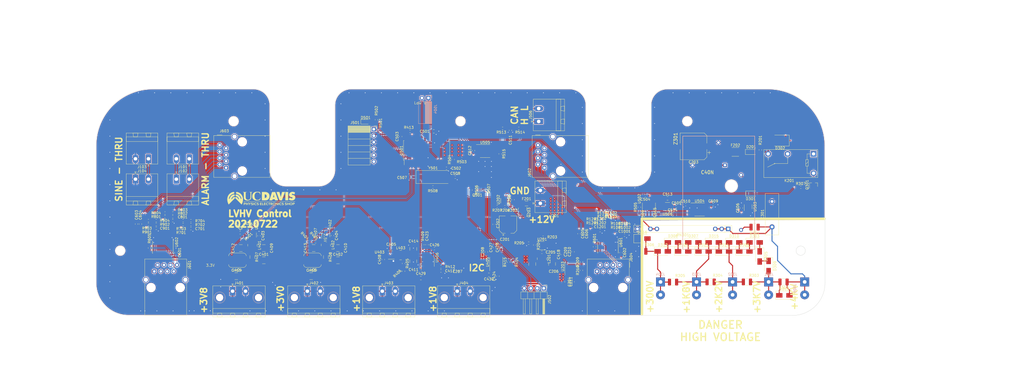
<source format=kicad_pcb>
(kicad_pcb (version 20210722) (generator pcbnew)

  (general
    (thickness 4.69)
  )

  (paper "USLetter")
  (layers
    (0 "F.Cu" signal)
    (1 "In1.Cu" power "L2 Ground")
    (2 "In2.Cu" power "L3 PWR")
    (31 "B.Cu" signal)
    (34 "B.Paste" user)
    (35 "F.Paste" user)
    (36 "B.SilkS" user "B.Silkscreen")
    (37 "F.SilkS" user "F.Silkscreen")
    (38 "B.Mask" user)
    (39 "F.Mask" user)
    (40 "Dwgs.User" user "User.Drawings")
    (44 "Edge.Cuts" user)
    (45 "Margin" user)
    (46 "B.CrtYd" user "B.Courtyard")
    (47 "F.CrtYd" user "F.Courtyard")
  )

  (setup
    (stackup
      (layer "F.SilkS" (type "Top Silk Screen"))
      (layer "F.Paste" (type "Top Solder Paste"))
      (layer "F.Mask" (type "Top Solder Mask") (color "Green") (thickness 0.01))
      (layer "F.Cu" (type "copper") (thickness 0.035))
      (layer "dielectric 1" (type "core") (thickness 1.51) (material "FR4") (epsilon_r 4.5) (loss_tangent 0.02))
      (layer "In1.Cu" (type "copper") (thickness 0.035))
      (layer "dielectric 2" (type "prepreg") (thickness 1.51) (material "FR4") (epsilon_r 4.5) (loss_tangent 0.02))
      (layer "In2.Cu" (type "copper") (thickness 0.035))
      (layer "dielectric 3" (type "core") (thickness 1.51) (material "FR4") (epsilon_r 4.5) (loss_tangent 0.02))
      (layer "B.Cu" (type "copper") (thickness 0.035))
      (layer "B.Mask" (type "Bottom Solder Mask") (color "Green") (thickness 0.01))
      (layer "B.Paste" (type "Bottom Solder Paste"))
      (layer "B.SilkS" (type "Bottom Silk Screen"))
      (copper_finish "None")
      (dielectric_constraints no)
    )
    (pad_to_mask_clearance 0)
    (grid_origin 247.803999 54.9455)
    (pcbplotparams
      (layerselection 0x00010f8_ffffffff)
      (disableapertmacros false)
      (usegerberextensions false)
      (usegerberattributes false)
      (usegerberadvancedattributes false)
      (creategerberjobfile false)
      (svguseinch false)
      (svgprecision 6)
      (excludeedgelayer true)
      (plotframeref false)
      (viasonmask false)
      (mode 1)
      (useauxorigin false)
      (hpglpennumber 1)
      (hpglpenspeed 20)
      (hpglpendiameter 15.000000)
      (dxfpolygonmode true)
      (dxfimperialunits true)
      (dxfusepcbnewfont true)
      (psnegative false)
      (psa4output false)
      (plotreference true)
      (plotvalue true)
      (plotinvisibletext false)
      (sketchpadsonfab false)
      (subtractmaskfromsilk true)
      (outputformat 1)
      (mirror false)
      (drillshape 0)
      (scaleselection 1)
      (outputdirectory "LVHV_20191026/")
    )
  )

  (net 0 "")
  (net 1 "GND")
  (net 2 "Net-(C203-Pad1)")
  (net 3 "Net-(C205-Pad2)")
  (net 4 "Net-(C205-Pad1)")
  (net 5 "+5V")
  (net 6 "Net-(C301-Pad1)")
  (net 7 "Net-(C406-Pad2)")
  (net 8 "Net-(C406-Pad1)")
  (net 9 "Net-(C407-Pad2)")
  (net 10 "Net-(C407-Pad1)")
  (net 11 "Net-(C408-Pad2)")
  (net 12 "Net-(C408-Pad1)")
  (net 13 "Net-(C204-Pad2)")
  (net 14 "Net-(C209-Pad1)")
  (net 15 "Net-(C210-Pad1)")
  (net 16 "+3V3I")
  (net 17 "Net-(C417-Pad2)")
  (net 18 "Net-(C401-Pad1)")
  (net 19 "Net-(C402-Pad1)")
  (net 20 "Net-(C423-Pad1)")
  (net 21 "+3V8")
  (net 22 "/LowVoltage/3V0")
  (net 23 "Net-(C426-Pad1)")
  (net 24 "+3V3")
  (net 25 "Net-(C501-Pad1)")
  (net 26 "/LowVoltage/2V6")
  (net 27 "Net-(C507-Pad1)")
  (net 28 "Net-(C508-Pad1)")
  (net 29 "Net-(D201-Pad2)")
  (net 30 "Net-(D201-Pad1)")
  (net 31 "/LowVoltage/3V8_OUT")
  (net 32 "Net-(D501-Pad2)")
  (net 33 "/LowVoltage/3V0_OUT")
  (net 34 "Net-(C424-Pad2)")
  (net 35 "Net-(C427-Pad1)")
  (net 36 "Net-(C428-Pad1)")
  (net 37 "/MCU/PGC")
  (net 38 "/MCU/PGD")
  (net 39 "Net-(J501-Pad1)")
  (net 40 "/LowVoltage/1V8_OUT")
  (net 41 "/HighVoltage/HV_Ctrl")
  (net 42 "Net-(D303-Pad1)")
  (net 43 "Net-(J504-Pad2)")
  (net 44 "Net-(J504-Pad1)")
  (net 45 "Net-(J601-Pad1)")
  (net 46 "Net-(J601-Pad2)")
  (net 47 "Net-(J601-Pad3)")
  (net 48 "Net-(J601-Pad4)")
  (net 49 "Net-(J601-Pad5)")
  (net 50 "Net-(J601-Pad6)")
  (net 51 "Net-(J601-Pad7)")
  (net 52 "Net-(J601-Pad8)")
  (net 53 "Net-(C603-Pad1)")
  (net 54 "Net-(C603-Pad2)")
  (net 55 "Net-(C604-Pad1)")
  (net 56 "Net-(C604-Pad2)")
  (net 57 "Net-(C701-Pad1)")
  (net 58 "Net-(C801-Pad1)")
  (net 59 "Net-(C605-Pad1)")
  (net 60 "Net-(C605-Pad2)")
  (net 61 "Net-(C901-Pad1)")
  (net 62 "Net-(C1001-Pad1)")
  (net 63 "Net-(C1101-Pad1)")
  (net 64 "Net-(C1201-Pad1)")
  (net 65 "/LVDSConnections/BiasNet3/in_p")
  (net 66 "/LVDSConnections/BiasNet3/in_n")
  (net 67 "Net-(C606-Pad1)")
  (net 68 "Net-(C606-Pad2)")
  (net 69 "Net-(J604-Pad1)")
  (net 70 "Net-(J604-Pad2)")
  (net 71 "Net-(J604-Pad3)")
  (net 72 "Net-(J604-Pad4)")
  (net 73 "Net-(J604-Pad5)")
  (net 74 "Net-(J604-Pad6)")
  (net 75 "Net-(J604-Pad7)")
  (net 76 "Net-(J604-Pad8)")
  (net 77 "Net-(R203-Pad1)")
  (net 78 "/PowerInput/5V_Feedback")
  (net 79 "Net-(R301-Pad2)")
  (net 80 "Net-(D303-Pad2)")
  (net 81 "Net-(D304-Pad1)")
  (net 82 "Net-(D304-Pad2)")
  (net 83 "Net-(D305-Pad2)")
  (net 84 "Net-(R412-Pad1)")
  (net 85 "Net-(D306-Pad1)")
  (net 86 "Net-(D307-Pad2)")
  (net 87 "Net-(D308-Pad1)")
  (net 88 "/MCU/SCL")
  (net 89 "/MCU/SDA")
  (net 90 "+12V")
  (net 91 "Net-(D309-Pad2)")
  (net 92 "Net-(D310-Pad1)")
  (net 93 "Net-(C510-Pad1)")
  (net 94 "/PowerInput/VIN")
  (net 95 "/Alarm2")
  (net 96 "/Alarm1")
  (net 97 "Net-(C511-Pad1)")
  (net 98 "/MCU/CAN_L")
  (net 99 "/MCU/CAN_H")
  (net 100 "/Sine")
  (net 101 "Net-(D311-Pad2)")
  (net 102 "Net-(D312-Pad1)")
  (net 103 "Net-(D314-Pad1)")
  (net 104 "unconnected-(J501-Pad6)")
  (net 105 "Net-(J502-Pad2)")
  (net 106 "/HighVoltage/SW1")
  (net 107 "Net-(Q203-Pad9)")
  (net 108 "Net-(R515-Pad2)")
  (net 109 "Net-(Q301-Pad1)")
  (net 110 "/MCU/CAN_RX")
  (net 111 "/MCU/CAN_TX")
  (net 112 "Net-(R202-Pad2)")
  (net 113 "Net-(R206-Pad2)")
  (net 114 "Net-(R208-Pad2)")
  (net 115 "Net-(R210-Pad1)")
  (net 116 "/HighVoltage/HV_ON_OFF")
  (net 117 "/LowVoltage/3V8_Feedback")
  (net 118 "/LowVoltage/3V0_Feedback")
  (net 119 "/LowVoltage/2V6_Feedback")
  (net 120 "/LowVoltage/LV_EN")
  (net 121 "Net-(R415-Pad1)")
  (net 122 "unconnected-(U202-Pad7)")
  (net 123 "/HighVoltage/HV_MON")
  (net 124 "unconnected-(U501-Pad17)")
  (net 125 "unconnected-(U501-Pad18)")
  (net 126 "unconnected-(U501-Pad24)")
  (net 127 "unconnected-(U501-Pad25)")
  (net 128 "unconnected-(U503-Pad6)")
  (net 129 "unconnected-(U504-Pad5)")
  (net 130 "unconnected-(U504-Pad6)")
  (net 131 "unconnected-(U504-Pad7)")
  (net 132 "unconnected-(U601-Pad13)")
  (net 133 "unconnected-(U602-Pad13)")
  (net 134 "Net-(R505-Pad1)")
  (net 135 "unconnected-(U502-Pad1)")
  (net 136 "unconnected-(U502-Pad5)")
  (net 137 "unconnected-(U502-Pad8)")
  (net 138 "Net-(J502-Pad3)")
  (net 139 "/PowerInput/VIN_FUSED")
  (net 140 "Net-(Q203-Pad5)")
  (net 141 "Net-(C513-Pad1)")
  (net 142 "Net-(C513-Pad2)")
  (net 143 "-5V")
  (net 144 "unconnected-(U506-Pad5)")
  (net 145 "/LVDSConnections/BiasNet4/in_p")
  (net 146 "/LVDSConnections/BiasNet5/in_p")
  (net 147 "/LVDSConnections/BiasNet5/in_n")
  (net 148 "/LVDSConnections/BiasNet4/in_n")
  (net 149 "/LVDSConnections/BiasNet/in_p")
  (net 150 "/LVDSConnections/BiasNet/in_n")
  (net 151 "/LVDSConnections/BiasNet1/in_p")
  (net 152 "/LVDSConnections/BiasNet2/in_p")
  (net 153 "/LVDSConnections/BiasNet2/in_n")
  (net 154 "/LVDSConnections/BiasNet1/in_n")
  (net 155 "Net-(R505-Pad2)")

  (footprint "Capacitor_SMD:CP_Elec_6.3x5.9" (layer "F.Cu") (at 161.508999 53.2455 90))

  (footprint "Capacitor_THT:C_Disc_D16.0mm_W5.0mm_P10.00mm" (layer "F.Cu") (at 264.977 54.176999 90))

  (footprint "Capacitor_SMD:C_0603_1608Metric" (layer "F.Cu") (at 63.941165 57.6535 90))

  (footprint "Capacitor_SMD:C_0603_1608Metric" (layer "F.Cu") (at 92.741165 57.557999 90))

  (footprint "Capacitor_SMD:C_0603_1608Metric" (layer "F.Cu") (at 115.748165 62.572699 180))

  (footprint "Capacitor_SMD:C_0603_1608Metric" (layer "F.Cu") (at 59.562165 54.504001))

  (footprint "Capacitor_SMD:C_0603_1608Metric" (layer "F.Cu") (at 87.511 56.468 90))

  (footprint "Capacitor_SMD:C_0603_1608Metric" (layer "F.Cu") (at 112.598665 66.951699 90))

  (footprint "Capacitor_SMD:C_1210_3225Metric" (layer "F.Cu") (at 65.799665 62.4955))

  (footprint "Capacitor_SMD:C_1210_3225Metric" (layer "F.Cu") (at 124.409665 67.627199 -90))

  (footprint "Capacitor_SMD:C_1210_3225Metric" (layer "F.Cu") (at 56.799665 62.4955 180))

  (footprint "Capacitor_SMD:C_1210_3225Metric" (layer "F.Cu") (at 124.409665 62.801199 90))

  (footprint "Capacitor_SMD:C_0603_1608Metric" (layer "F.Cu") (at 135.204665 71.437199 180))

  (footprint "Capacitor_SMD:C_0603_1608Metric" (layer "F.Cu") (at 129.743665 61.166199 90))

  (footprint "Capacitor_SMD:C_0603_1608Metric" (layer "F.Cu") (at 132.690165 62.674199))

  (footprint "Capacitor_SMD:C_0805_2012Metric" (layer "F.Cu") (at 127.349665 74.2455 180))

  (footprint "Fuse:Fuse_1206_3216Metric" (layer "F.Cu") (at 168.758999 44.9955))

  (footprint "Connector_Phoenix_MSTB:PhoenixContact_MSTBA_2,5_2-G-5,08_1x02_P5.08mm_Horizontal" (layer "F.Cu") (at 174.175293 44.9125 90))

  (footprint "Connector_Phoenix_MSTB:PhoenixContact_MSTB_2,5_2-GF-5,08_1x02_P5.08mm_Horizontal_ThreadedFlange_MountHole" (layer "F.Cu") (at 53.559665 79.397784))

  (footprint "Connector_Phoenix_MSTB:PhoenixContact_MSTB_2,5_2-GF-5,08_1x02_P5.08mm_Horizontal_ThreadedFlange_MountHole" (layer "F.Cu") (at 82.851665 79.397784))

  (footprint "Connector_Phoenix_MSTB:PhoenixContact_MSTB_2,5_2-GF-5,08_1x02_P5.08mm_Horizontal_ThreadedFlange_MountHole" (layer "F.Cu") (at 112.225332 79.397784))

  (footprint "Connector_Phoenix_MSTB:PhoenixContact_MSTB_2,5_2-GF-5,08_1x02_P5.08mm_Horizontal_ThreadedFlange_MountHole" (layer "F.Cu") (at 141.598999 79.397784))

  (footprint "LVHV:RJ45_Wuerth_615008142621_Horizontal" (layer "F.Cu") (at 31.759998 69.088 -90))

  (footprint "LVHV:RJ45_Wuerth_615008142621_Horizontal" (layer "F.Cu") (at 48.466961 22.055963))

  (footprint "LVHV:RJ45_Wuerth_615008142621_Horizontal" (layer "F.Cu") (at 205.232 69.088 -90))

  (footprint "LVHV:L_Pulse_PA4331.332NLT" (layer "F.Cu") (at 61.299665 61.355 -90))

  (footprint "LVHV:L_Pulse_PA4331.332NLT" (layer "F.Cu") (at 90.099665 61.259501 -90))

  (footprint "LVHV:L_Pulse_PA4331.332NLT" (layer "F.Cu") (at 119.449665 65.214199))

  (footprint "Resistor_SMD:R_1210_3225Metric" (layer "F.Cu") (at 258.152 54.2555 180))

  (footprint "Resistor_SMD:R_1210_3225Metric" (layer "F.Cu") (at 269.494 75.7555 180))

  (footprint "Resistor_SMD:R_1210_3225Metric" (layer "F.Cu") (at 255.143 75.7555 180))

  (footprint "Resistor_SMD:R_1210_3225Metric" (layer "F.Cu") (at 240.919 75.7555 180))

  (footprint "Resistor_SMD:R_1210_3225Metric" (layer "F.Cu") (at 226.19 75.819 180))

  (footprint "Resistor_SMD:R_1210_3225Metric" (layer "F.Cu") (at 214.122 63.7555 180))

  (footprint "Capacitor_SMD:C_0603_1608Metric" (layer "F.Cu") (at 57.262165 58.7455 90))

  (footprint "Resistor_SMD:R_0603_1608Metric" (layer "F.Cu") (at 56.512165 56.4955 180))

  (footprint "Capacitor_SMD:C_0603_1608Metric" (layer "F.Cu") (at 86.114 60.024 180))

  (footprint "Resistor_SMD:R_0603_1608Metric" (layer "F.Cu") (at 82.685 60.024 180))

  (footprint "Resistor_SMD:R_0603_1608Metric" (layer "F.Cu") (at 120.599665 68.516199 -90))

  (footprint "Resistor_SMD:R_0603_1608Metric" (layer "F.Cu") (at 120.599665 71.564199 -90))

  (footprint "Resistor_SMD:R_0603_1608Metric" (layer "F.Cu") (at 128.092665 61.166199 90))

  (footprint "Resistor_SMD:R_0603_1608Metric" (layer "F.Cu") (at 135.204665 69.849699))

  (footprint "Resistor_SMD:R_0603_1608Metric" (layer "F.Cu") (at 195.461 61.976999 90))

  (footprint "Package_TO_SOT_SMD:SOT-23-6" (layer "F.Cu") (at 61.299665 57.341001 90))

  (footprint "Package_TO_SOT_SMD:SOT-23-6" (layer "F.Cu") (at 90.099665 57.2455 90))

  (footprint "Package_TO_SOT_SMD:SOT-23-6" (layer "F.Cu") (at 115.435665 65.214199 180))

  (footprint "Package_SO:SOIC-8-1EP_3.9x4.9mm_P1.27mm_EP2.29x3mm" (layer "F.Cu") (at 129.997665 67.754199 90))

  (footprint "Package_SO:TSSOP-24_4.4x7.8mm_P0.65mm" (layer "F.Cu") (at 200.66 62.103 -90))

  (footprint "Package_TO_SOT_SMD:TSOT-23-8" (layer "F.Cu")
    (tedit 5A02FF57) (tstamp 00000000-0000-0000-0000-00005d8cf7b8)
    (at 255.588999 46.2555 90)
    (descr "8-pin TSOT23 package, http://cds.linear.com/docs/en/packaging/SOT_8_05-08-1637.pdf")
    (tags "TSOT-23-8")
    (property "Sheetfile" "MCU.kicad_sch")
    (property "Sheetname" "MCU")
    (property "digikey" "LTC2631ACTS8-HZ12#TRMPBFCT-ND")
    (property "mpn" "LTC2631ACTS8-HZ12#TRMPBF")
    (path "/00000000-0000-0000-0000-00005d5dc519/00000000-0000-0000-0000-00005d7313b8")
    (attr smd)
    (fp_text reference "U503" (at -0.000001 2.729001 90) (layer "F.SilkS")
      (effects (font (size 1 1) (thickness 0.15)))
      (tstamp e8fad825-0c84-4b6c-a431-048dac74ab57)
    )
    (fp_text value "LTC2631-HZ" (at 0 2.5 90) (layer "F.Fab")
      (effects (font (size 1 1) (thickness 0.15)))
      (tstamp 4a8f4fb6-f195-4c0d-8e1b-20931d26466d)
    )
    (fp_text user "${REFERENCE}" (at 0 0) (layer "F.Fab")
      (effects (font (size 0.5 0.5) (thickness 0.075)))
      (tstamp bb903e37-82df-4c8b-b124-fba41c5123f0)
    )
    (fp_line (start 0.88 -1.51) (end -1.55 -1.51) (layer "F.SilkS") (width 0.12) (tstamp 8defafba-fd05-4e3c-a5e1-74ca4c88f703))
    (fp_line (start -0.88 1.56) (end 0.88 1.56) (layer "F.SilkS") (width 0.12) (tstamp e0e92d0e-8f13-4f1f-b11e-a5a77f310bee))
    (fp_line (start 2.17 1.7) (end 2.17 -1.7) (layer "F.CrtYd") (width 0.05) (tstamp 292556e2-39c2-4f37-835e-d8f2a9779ad1))
    (fp_line (start -2.17 -1.7) (end -2.17 1.7) (layer "F.CrtYd") (width 0.05) (tstamp 65657ae6-a960-4b3d-89a4-1b2
... [4399722 chars truncated]
</source>
